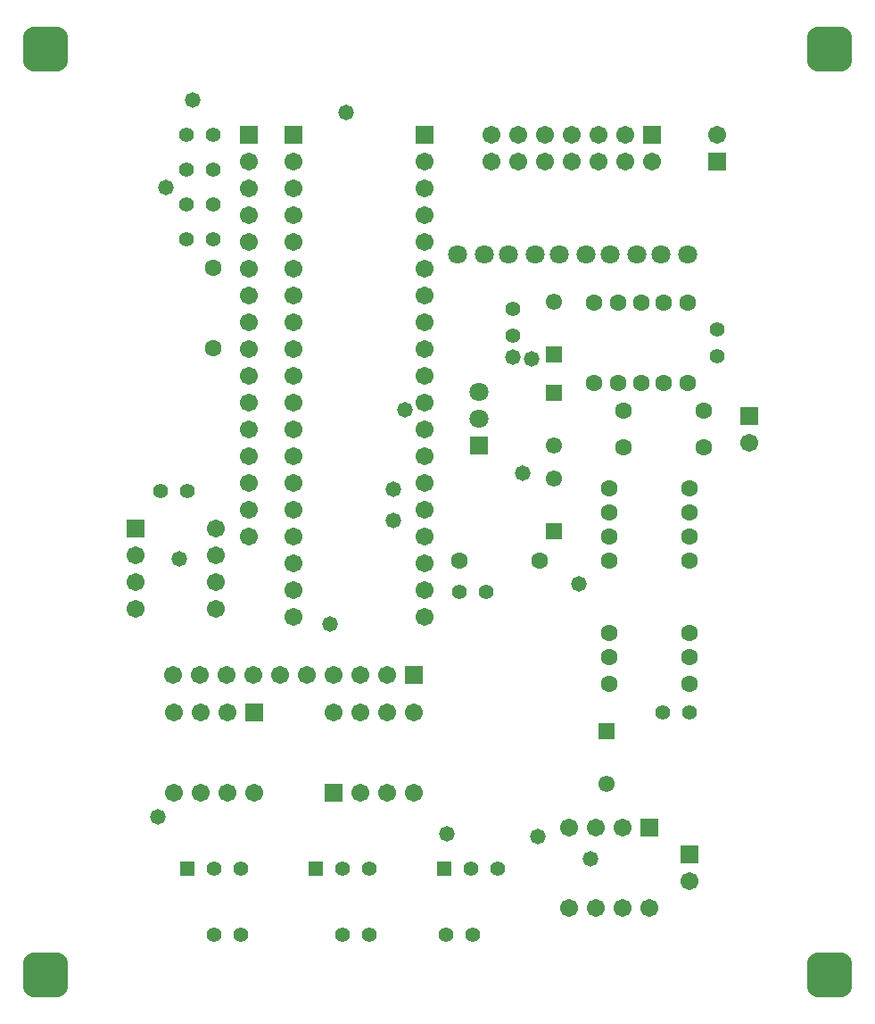
<source format=gts>
%FSLAX25Y25*%
%MOIN*%
G70*
G01*
G75*
G04 Layer_Color=8388736*
%ADD10C,0.02000*%
%ADD11C,0.02500*%
%ADD12C,0.01000*%
G04:AMPARAMS|DCode=13|XSize=160mil|YSize=160mil|CornerRadius=40mil|HoleSize=0mil|Usage=FLASHONLY|Rotation=0.000|XOffset=0mil|YOffset=0mil|HoleType=Round|Shape=RoundedRectangle|*
%AMROUNDEDRECTD13*
21,1,0.16000,0.08000,0,0,0.0*
21,1,0.08000,0.16000,0,0,0.0*
1,1,0.08000,0.04000,-0.04000*
1,1,0.08000,-0.04000,-0.04000*
1,1,0.08000,-0.04000,0.04000*
1,1,0.08000,0.04000,0.04000*
%
%ADD13ROUNDEDRECTD13*%
%ADD14C,0.05906*%
%ADD15R,0.05906X0.05906*%
%ADD16C,0.04724*%
%ADD17R,0.05906X0.05906*%
%ADD18C,0.05906*%
%ADD19R,0.05906X0.05906*%
%ADD20C,0.05512*%
%ADD21C,0.06299*%
%ADD22R,0.04724X0.04724*%
%ADD23C,0.06299*%
%ADD24R,0.06299X0.06299*%
%ADD25R,0.05315X0.05315*%
%ADD26C,0.05315*%
%ADD27R,0.05906X0.05906*%
%ADD28C,0.05000*%
%ADD29C,0.00787*%
%ADD30C,0.00500*%
%ADD31C,0.00984*%
%ADD32C,0.02362*%
%ADD33C,0.00800*%
%ADD34C,0.00591*%
G04:AMPARAMS|DCode=35|XSize=168mil|YSize=168mil|CornerRadius=44mil|HoleSize=0mil|Usage=FLASHONLY|Rotation=0.000|XOffset=0mil|YOffset=0mil|HoleType=Round|Shape=RoundedRectangle|*
%AMROUNDEDRECTD35*
21,1,0.16800,0.08000,0,0,0.0*
21,1,0.08000,0.16800,0,0,0.0*
1,1,0.08800,0.04000,-0.04000*
1,1,0.08800,-0.04000,-0.04000*
1,1,0.08800,-0.04000,0.04000*
1,1,0.08800,0.04000,0.04000*
%
%ADD35ROUNDEDRECTD35*%
%ADD36C,0.06706*%
%ADD37R,0.06706X0.06706*%
%ADD38C,0.05524*%
%ADD39R,0.06706X0.06706*%
%ADD40C,0.06706*%
%ADD41R,0.06706X0.06706*%
%ADD42C,0.06312*%
%ADD43C,0.07099*%
%ADD44R,0.05524X0.05524*%
%ADD45C,0.07099*%
%ADD46R,0.07099X0.07099*%
%ADD47R,0.06115X0.06115*%
%ADD48C,0.06115*%
%ADD49R,0.06706X0.06706*%
%ADD50C,0.05800*%
D35*
X151000Y11000D02*
D03*
X444000D02*
D03*
Y356500D02*
D03*
X151000D02*
D03*
D36*
X317500Y314500D02*
D03*
Y324500D02*
D03*
X327500Y314500D02*
D03*
Y324500D02*
D03*
X337500Y314500D02*
D03*
Y324500D02*
D03*
X347500Y314500D02*
D03*
Y324500D02*
D03*
X357500Y314500D02*
D03*
Y324500D02*
D03*
X367500Y314500D02*
D03*
Y324500D02*
D03*
X377500Y314500D02*
D03*
X402000Y324500D02*
D03*
X227000Y174500D02*
D03*
Y184500D02*
D03*
Y194500D02*
D03*
Y204500D02*
D03*
Y214500D02*
D03*
Y224500D02*
D03*
Y234500D02*
D03*
Y244500D02*
D03*
Y254500D02*
D03*
Y264500D02*
D03*
Y274500D02*
D03*
Y284500D02*
D03*
Y294500D02*
D03*
Y304500D02*
D03*
Y314500D02*
D03*
X219000Y109000D02*
D03*
X209000D02*
D03*
X199000D02*
D03*
X229000Y79000D02*
D03*
X219000D02*
D03*
X209000D02*
D03*
X199000D02*
D03*
X391500Y46000D02*
D03*
X243500Y144500D02*
D03*
Y154500D02*
D03*
Y164500D02*
D03*
Y174500D02*
D03*
Y184500D02*
D03*
Y194500D02*
D03*
Y204500D02*
D03*
Y214500D02*
D03*
Y224500D02*
D03*
Y234500D02*
D03*
Y244500D02*
D03*
Y254500D02*
D03*
Y264500D02*
D03*
Y274500D02*
D03*
Y284500D02*
D03*
Y294500D02*
D03*
Y304500D02*
D03*
Y314500D02*
D03*
X292500Y144500D02*
D03*
Y154500D02*
D03*
Y164500D02*
D03*
Y174500D02*
D03*
Y184500D02*
D03*
Y194500D02*
D03*
Y204500D02*
D03*
Y214500D02*
D03*
Y224500D02*
D03*
Y234500D02*
D03*
Y244500D02*
D03*
Y254500D02*
D03*
Y264500D02*
D03*
Y274500D02*
D03*
Y284500D02*
D03*
Y294500D02*
D03*
Y304500D02*
D03*
Y314500D02*
D03*
X414000Y209500D02*
D03*
D37*
X377500Y324500D02*
D03*
D38*
X213500D02*
D03*
X203500D02*
D03*
X402000Y252000D02*
D03*
Y242000D02*
D03*
X213500Y285500D02*
D03*
X203500D02*
D03*
X213500Y311500D02*
D03*
X203500D02*
D03*
Y298500D02*
D03*
X213500D02*
D03*
X325500Y259500D02*
D03*
Y249500D02*
D03*
X272000Y50500D02*
D03*
X262000D02*
D03*
X320000D02*
D03*
X310000D02*
D03*
X224000Y26000D02*
D03*
X214000D02*
D03*
X272000D02*
D03*
X262000D02*
D03*
X381500Y109000D02*
D03*
X391500D02*
D03*
X204000Y191500D02*
D03*
X194000D02*
D03*
X305500Y154000D02*
D03*
X315500D02*
D03*
X300500Y26000D02*
D03*
X310500D02*
D03*
X224000Y50500D02*
D03*
X214000D02*
D03*
D39*
X376500Y66000D02*
D03*
X258500Y79000D02*
D03*
X288500Y123000D02*
D03*
D40*
X366500Y66000D02*
D03*
X356500D02*
D03*
X346500D02*
D03*
X376500Y36000D02*
D03*
X366500D02*
D03*
X356500D02*
D03*
X346500D02*
D03*
X184500Y167500D02*
D03*
Y157500D02*
D03*
Y147500D02*
D03*
X214500Y177500D02*
D03*
Y167500D02*
D03*
Y157500D02*
D03*
Y147500D02*
D03*
X288500Y109000D02*
D03*
X278500D02*
D03*
X268500D02*
D03*
X258500D02*
D03*
X288500Y79000D02*
D03*
X278500D02*
D03*
X268500D02*
D03*
X278500Y123000D02*
D03*
X268500D02*
D03*
X258500D02*
D03*
X248500D02*
D03*
X238500D02*
D03*
X228500D02*
D03*
X218500D02*
D03*
X198500D02*
D03*
X208500D02*
D03*
D41*
X402000Y314500D02*
D03*
X227000Y324500D02*
D03*
X229000Y109000D02*
D03*
X391500Y56000D02*
D03*
X243500Y324500D02*
D03*
X292500D02*
D03*
X414000Y219500D02*
D03*
D42*
X391000Y262000D02*
D03*
Y232000D02*
D03*
X382000Y262000D02*
D03*
Y232000D02*
D03*
X373500Y262000D02*
D03*
Y232000D02*
D03*
X365000Y262000D02*
D03*
Y232000D02*
D03*
X356000Y262000D02*
D03*
Y232000D02*
D03*
X391500Y119500D02*
D03*
X361500D02*
D03*
X213500Y245000D02*
D03*
Y275000D02*
D03*
X361500Y129500D02*
D03*
X391500D02*
D03*
X361500Y138500D02*
D03*
X391500D02*
D03*
X335500Y165500D02*
D03*
X305500D02*
D03*
X361500Y183500D02*
D03*
X391500D02*
D03*
Y174500D02*
D03*
X361500D02*
D03*
X391500Y165500D02*
D03*
X361500D02*
D03*
X391500Y192500D02*
D03*
X361500D02*
D03*
X397000Y221500D02*
D03*
X367000D02*
D03*
X397000Y208000D02*
D03*
X367000D02*
D03*
D43*
X391000Y280000D02*
D03*
X381000D02*
D03*
X372000D02*
D03*
X362000D02*
D03*
X353000D02*
D03*
X343000D02*
D03*
X315000D02*
D03*
X305000D02*
D03*
X334000D02*
D03*
X324000D02*
D03*
D44*
X252000Y50500D02*
D03*
X300000D02*
D03*
X204000D02*
D03*
D45*
X313000Y228500D02*
D03*
Y218500D02*
D03*
D46*
Y208500D02*
D03*
D47*
X341000Y176657D02*
D03*
Y228343D02*
D03*
X360500Y101843D02*
D03*
X341000Y242657D02*
D03*
D48*
Y196343D02*
D03*
Y208657D02*
D03*
X360500Y82157D02*
D03*
X341000Y262343D02*
D03*
D49*
X184500Y177500D02*
D03*
D50*
X335000Y62600D02*
D03*
X285100Y221900D02*
D03*
X281000Y180500D02*
D03*
X354700Y54200D02*
D03*
X325600Y241500D02*
D03*
X195900Y305000D02*
D03*
X329250Y198350D02*
D03*
X332600Y241000D02*
D03*
X263200Y332800D02*
D03*
X257400Y142000D02*
D03*
X281000Y192200D02*
D03*
X301000Y63600D02*
D03*
X350300Y157000D02*
D03*
X193000Y69900D02*
D03*
X206000Y337561D02*
D03*
X200800Y166300D02*
D03*
M02*

</source>
